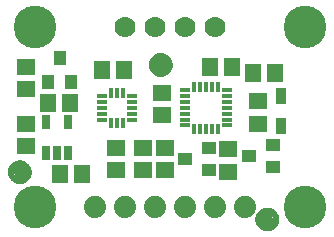
<source format=gbr>
G04 EAGLE Gerber RS-274X export*
G75*
%MOMM*%
%FSLAX34Y34*%
%LPD*%
%INSoldermask Top*%
%IPPOS*%
%AMOC8*
5,1,8,0,0,1.08239X$1,22.5*%
G01*
%ADD10R,1.601600X1.341600*%
%ADD11R,0.901600X0.376600*%
%ADD12R,0.376600X0.901600*%
%ADD13R,1.341600X1.601600*%
%ADD14C,3.617600*%
%ADD15C,1.101600*%
%ADD16C,0.500000*%
%ADD17R,0.651600X1.301600*%
%ADD18R,1.301600X1.101600*%
%ADD19R,0.901600X1.451600*%
%ADD20C,1.879600*%
%ADD21C,1.778000*%
%ADD22R,1.101600X1.301600*%


D10*
X214630Y114910D03*
X214630Y95910D03*
D11*
X82500Y119220D03*
X82500Y114220D03*
X82500Y109220D03*
X82500Y104220D03*
X82500Y99220D03*
D12*
X90250Y96470D03*
X95250Y96470D03*
X100250Y96470D03*
D11*
X108000Y99220D03*
X108000Y104220D03*
X108000Y109220D03*
X108000Y114220D03*
X108000Y119220D03*
D12*
X100250Y121970D03*
X95250Y121970D03*
X90250Y121970D03*
D11*
X187930Y94220D03*
X187930Y99220D03*
X187930Y104220D03*
X187930Y109220D03*
X187930Y114220D03*
X187930Y119220D03*
X187930Y124220D03*
D12*
X180180Y126970D03*
X175180Y126970D03*
X170180Y126970D03*
X165180Y126970D03*
X160180Y126970D03*
D11*
X152430Y124220D03*
X152430Y119220D03*
X152430Y114220D03*
X152430Y109220D03*
X152430Y104220D03*
X152430Y99220D03*
X152430Y94220D03*
D12*
X160180Y91470D03*
X165180Y91470D03*
X170180Y91470D03*
X175180Y91470D03*
X180180Y91470D03*
D10*
X132715Y102895D03*
X132715Y121895D03*
D13*
X100940Y140970D03*
X81940Y140970D03*
D10*
X93980Y75540D03*
X93980Y56540D03*
D13*
X55220Y113030D03*
X36220Y113030D03*
D10*
X116840Y75540D03*
X116840Y56540D03*
D14*
X254000Y25400D03*
X25400Y177800D03*
X254000Y177800D03*
X25400Y25400D03*
D15*
X12700Y54610D03*
D16*
X12700Y62110D02*
X12519Y62108D01*
X12338Y62101D01*
X12157Y62090D01*
X11976Y62075D01*
X11796Y62055D01*
X11616Y62031D01*
X11437Y62003D01*
X11259Y61970D01*
X11082Y61933D01*
X10905Y61892D01*
X10730Y61847D01*
X10555Y61797D01*
X10382Y61743D01*
X10211Y61685D01*
X10040Y61623D01*
X9872Y61556D01*
X9705Y61486D01*
X9539Y61412D01*
X9376Y61333D01*
X9215Y61251D01*
X9055Y61165D01*
X8898Y61075D01*
X8743Y60981D01*
X8590Y60884D01*
X8440Y60782D01*
X8292Y60678D01*
X8146Y60569D01*
X8004Y60458D01*
X7864Y60342D01*
X7727Y60224D01*
X7592Y60102D01*
X7461Y59977D01*
X7333Y59849D01*
X7208Y59718D01*
X7086Y59583D01*
X6968Y59446D01*
X6852Y59306D01*
X6741Y59164D01*
X6632Y59018D01*
X6528Y58870D01*
X6426Y58720D01*
X6329Y58567D01*
X6235Y58412D01*
X6145Y58255D01*
X6059Y58095D01*
X5977Y57934D01*
X5898Y57771D01*
X5824Y57605D01*
X5754Y57438D01*
X5687Y57270D01*
X5625Y57099D01*
X5567Y56928D01*
X5513Y56755D01*
X5463Y56580D01*
X5418Y56405D01*
X5377Y56228D01*
X5340Y56051D01*
X5307Y55873D01*
X5279Y55694D01*
X5255Y55514D01*
X5235Y55334D01*
X5220Y55153D01*
X5209Y54972D01*
X5202Y54791D01*
X5200Y54610D01*
X12700Y62110D02*
X12881Y62108D01*
X13062Y62101D01*
X13243Y62090D01*
X13424Y62075D01*
X13604Y62055D01*
X13784Y62031D01*
X13963Y62003D01*
X14141Y61970D01*
X14318Y61933D01*
X14495Y61892D01*
X14670Y61847D01*
X14845Y61797D01*
X15018Y61743D01*
X15189Y61685D01*
X15360Y61623D01*
X15528Y61556D01*
X15695Y61486D01*
X15861Y61412D01*
X16024Y61333D01*
X16185Y61251D01*
X16345Y61165D01*
X16502Y61075D01*
X16657Y60981D01*
X16810Y60884D01*
X16960Y60782D01*
X17108Y60678D01*
X17254Y60569D01*
X17396Y60458D01*
X17536Y60342D01*
X17673Y60224D01*
X17808Y60102D01*
X17939Y59977D01*
X18067Y59849D01*
X18192Y59718D01*
X18314Y59583D01*
X18432Y59446D01*
X18548Y59306D01*
X18659Y59164D01*
X18768Y59018D01*
X18872Y58870D01*
X18974Y58720D01*
X19071Y58567D01*
X19165Y58412D01*
X19255Y58255D01*
X19341Y58095D01*
X19423Y57934D01*
X19502Y57771D01*
X19576Y57605D01*
X19646Y57438D01*
X19713Y57270D01*
X19775Y57099D01*
X19833Y56928D01*
X19887Y56755D01*
X19937Y56580D01*
X19982Y56405D01*
X20023Y56228D01*
X20060Y56051D01*
X20093Y55873D01*
X20121Y55694D01*
X20145Y55514D01*
X20165Y55334D01*
X20180Y55153D01*
X20191Y54972D01*
X20198Y54791D01*
X20200Y54610D01*
X20198Y54429D01*
X20191Y54248D01*
X20180Y54067D01*
X20165Y53886D01*
X20145Y53706D01*
X20121Y53526D01*
X20093Y53347D01*
X20060Y53169D01*
X20023Y52992D01*
X19982Y52815D01*
X19937Y52640D01*
X19887Y52465D01*
X19833Y52292D01*
X19775Y52121D01*
X19713Y51950D01*
X19646Y51782D01*
X19576Y51615D01*
X19502Y51449D01*
X19423Y51286D01*
X19341Y51125D01*
X19255Y50965D01*
X19165Y50808D01*
X19071Y50653D01*
X18974Y50500D01*
X18872Y50350D01*
X18768Y50202D01*
X18659Y50056D01*
X18548Y49914D01*
X18432Y49774D01*
X18314Y49637D01*
X18192Y49502D01*
X18067Y49371D01*
X17939Y49243D01*
X17808Y49118D01*
X17673Y48996D01*
X17536Y48878D01*
X17396Y48762D01*
X17254Y48651D01*
X17108Y48542D01*
X16960Y48438D01*
X16810Y48336D01*
X16657Y48239D01*
X16502Y48145D01*
X16345Y48055D01*
X16185Y47969D01*
X16024Y47887D01*
X15861Y47808D01*
X15695Y47734D01*
X15528Y47664D01*
X15360Y47597D01*
X15189Y47535D01*
X15018Y47477D01*
X14845Y47423D01*
X14670Y47373D01*
X14495Y47328D01*
X14318Y47287D01*
X14141Y47250D01*
X13963Y47217D01*
X13784Y47189D01*
X13604Y47165D01*
X13424Y47145D01*
X13243Y47130D01*
X13062Y47119D01*
X12881Y47112D01*
X12700Y47110D01*
X12519Y47112D01*
X12338Y47119D01*
X12157Y47130D01*
X11976Y47145D01*
X11796Y47165D01*
X11616Y47189D01*
X11437Y47217D01*
X11259Y47250D01*
X11082Y47287D01*
X10905Y47328D01*
X10730Y47373D01*
X10555Y47423D01*
X10382Y47477D01*
X10211Y47535D01*
X10040Y47597D01*
X9872Y47664D01*
X9705Y47734D01*
X9539Y47808D01*
X9376Y47887D01*
X9215Y47969D01*
X9055Y48055D01*
X8898Y48145D01*
X8743Y48239D01*
X8590Y48336D01*
X8440Y48438D01*
X8292Y48542D01*
X8146Y48651D01*
X8004Y48762D01*
X7864Y48878D01*
X7727Y48996D01*
X7592Y49118D01*
X7461Y49243D01*
X7333Y49371D01*
X7208Y49502D01*
X7086Y49637D01*
X6968Y49774D01*
X6852Y49914D01*
X6741Y50056D01*
X6632Y50202D01*
X6528Y50350D01*
X6426Y50500D01*
X6329Y50653D01*
X6235Y50808D01*
X6145Y50965D01*
X6059Y51125D01*
X5977Y51286D01*
X5898Y51449D01*
X5824Y51615D01*
X5754Y51782D01*
X5687Y51950D01*
X5625Y52121D01*
X5567Y52292D01*
X5513Y52465D01*
X5463Y52640D01*
X5418Y52815D01*
X5377Y52992D01*
X5340Y53169D01*
X5307Y53347D01*
X5279Y53526D01*
X5255Y53706D01*
X5235Y53886D01*
X5220Y54067D01*
X5209Y54248D01*
X5202Y54429D01*
X5200Y54610D01*
D15*
X132080Y145415D03*
D16*
X132080Y152915D02*
X131899Y152913D01*
X131718Y152906D01*
X131537Y152895D01*
X131356Y152880D01*
X131176Y152860D01*
X130996Y152836D01*
X130817Y152808D01*
X130639Y152775D01*
X130462Y152738D01*
X130285Y152697D01*
X130110Y152652D01*
X129935Y152602D01*
X129762Y152548D01*
X129591Y152490D01*
X129420Y152428D01*
X129252Y152361D01*
X129085Y152291D01*
X128919Y152217D01*
X128756Y152138D01*
X128595Y152056D01*
X128435Y151970D01*
X128278Y151880D01*
X128123Y151786D01*
X127970Y151689D01*
X127820Y151587D01*
X127672Y151483D01*
X127526Y151374D01*
X127384Y151263D01*
X127244Y151147D01*
X127107Y151029D01*
X126972Y150907D01*
X126841Y150782D01*
X126713Y150654D01*
X126588Y150523D01*
X126466Y150388D01*
X126348Y150251D01*
X126232Y150111D01*
X126121Y149969D01*
X126012Y149823D01*
X125908Y149675D01*
X125806Y149525D01*
X125709Y149372D01*
X125615Y149217D01*
X125525Y149060D01*
X125439Y148900D01*
X125357Y148739D01*
X125278Y148576D01*
X125204Y148410D01*
X125134Y148243D01*
X125067Y148075D01*
X125005Y147904D01*
X124947Y147733D01*
X124893Y147560D01*
X124843Y147385D01*
X124798Y147210D01*
X124757Y147033D01*
X124720Y146856D01*
X124687Y146678D01*
X124659Y146499D01*
X124635Y146319D01*
X124615Y146139D01*
X124600Y145958D01*
X124589Y145777D01*
X124582Y145596D01*
X124580Y145415D01*
X132080Y152915D02*
X132261Y152913D01*
X132442Y152906D01*
X132623Y152895D01*
X132804Y152880D01*
X132984Y152860D01*
X133164Y152836D01*
X133343Y152808D01*
X133521Y152775D01*
X133698Y152738D01*
X133875Y152697D01*
X134050Y152652D01*
X134225Y152602D01*
X134398Y152548D01*
X134569Y152490D01*
X134740Y152428D01*
X134908Y152361D01*
X135075Y152291D01*
X135241Y152217D01*
X135404Y152138D01*
X135565Y152056D01*
X135725Y151970D01*
X135882Y151880D01*
X136037Y151786D01*
X136190Y151689D01*
X136340Y151587D01*
X136488Y151483D01*
X136634Y151374D01*
X136776Y151263D01*
X136916Y151147D01*
X137053Y151029D01*
X137188Y150907D01*
X137319Y150782D01*
X137447Y150654D01*
X137572Y150523D01*
X137694Y150388D01*
X137812Y150251D01*
X137928Y150111D01*
X138039Y149969D01*
X138148Y149823D01*
X138252Y149675D01*
X138354Y149525D01*
X138451Y149372D01*
X138545Y149217D01*
X138635Y149060D01*
X138721Y148900D01*
X138803Y148739D01*
X138882Y148576D01*
X138956Y148410D01*
X139026Y148243D01*
X139093Y148075D01*
X139155Y147904D01*
X139213Y147733D01*
X139267Y147560D01*
X139317Y147385D01*
X139362Y147210D01*
X139403Y147033D01*
X139440Y146856D01*
X139473Y146678D01*
X139501Y146499D01*
X139525Y146319D01*
X139545Y146139D01*
X139560Y145958D01*
X139571Y145777D01*
X139578Y145596D01*
X139580Y145415D01*
X139578Y145234D01*
X139571Y145053D01*
X139560Y144872D01*
X139545Y144691D01*
X139525Y144511D01*
X139501Y144331D01*
X139473Y144152D01*
X139440Y143974D01*
X139403Y143797D01*
X139362Y143620D01*
X139317Y143445D01*
X139267Y143270D01*
X139213Y143097D01*
X139155Y142926D01*
X139093Y142755D01*
X139026Y142587D01*
X138956Y142420D01*
X138882Y142254D01*
X138803Y142091D01*
X138721Y141930D01*
X138635Y141770D01*
X138545Y141613D01*
X138451Y141458D01*
X138354Y141305D01*
X138252Y141155D01*
X138148Y141007D01*
X138039Y140861D01*
X137928Y140719D01*
X137812Y140579D01*
X137694Y140442D01*
X137572Y140307D01*
X137447Y140176D01*
X137319Y140048D01*
X137188Y139923D01*
X137053Y139801D01*
X136916Y139683D01*
X136776Y139567D01*
X136634Y139456D01*
X136488Y139347D01*
X136340Y139243D01*
X136190Y139141D01*
X136037Y139044D01*
X135882Y138950D01*
X135725Y138860D01*
X135565Y138774D01*
X135404Y138692D01*
X135241Y138613D01*
X135075Y138539D01*
X134908Y138469D01*
X134740Y138402D01*
X134569Y138340D01*
X134398Y138282D01*
X134225Y138228D01*
X134050Y138178D01*
X133875Y138133D01*
X133698Y138092D01*
X133521Y138055D01*
X133343Y138022D01*
X133164Y137994D01*
X132984Y137970D01*
X132804Y137950D01*
X132623Y137935D01*
X132442Y137924D01*
X132261Y137917D01*
X132080Y137915D01*
X131899Y137917D01*
X131718Y137924D01*
X131537Y137935D01*
X131356Y137950D01*
X131176Y137970D01*
X130996Y137994D01*
X130817Y138022D01*
X130639Y138055D01*
X130462Y138092D01*
X130285Y138133D01*
X130110Y138178D01*
X129935Y138228D01*
X129762Y138282D01*
X129591Y138340D01*
X129420Y138402D01*
X129252Y138469D01*
X129085Y138539D01*
X128919Y138613D01*
X128756Y138692D01*
X128595Y138774D01*
X128435Y138860D01*
X128278Y138950D01*
X128123Y139044D01*
X127970Y139141D01*
X127820Y139243D01*
X127672Y139347D01*
X127526Y139456D01*
X127384Y139567D01*
X127244Y139683D01*
X127107Y139801D01*
X126972Y139923D01*
X126841Y140048D01*
X126713Y140176D01*
X126588Y140307D01*
X126466Y140442D01*
X126348Y140579D01*
X126232Y140719D01*
X126121Y140861D01*
X126012Y141007D01*
X125908Y141155D01*
X125806Y141305D01*
X125709Y141458D01*
X125615Y141613D01*
X125525Y141770D01*
X125439Y141930D01*
X125357Y142091D01*
X125278Y142254D01*
X125204Y142420D01*
X125134Y142587D01*
X125067Y142755D01*
X125005Y142926D01*
X124947Y143097D01*
X124893Y143270D01*
X124843Y143445D01*
X124798Y143620D01*
X124757Y143797D01*
X124720Y143974D01*
X124687Y144152D01*
X124659Y144331D01*
X124635Y144511D01*
X124615Y144691D01*
X124600Y144872D01*
X124589Y145053D01*
X124582Y145234D01*
X124580Y145415D01*
D17*
X34950Y70819D03*
X44450Y70819D03*
X53950Y70819D03*
X53950Y96821D03*
X34950Y96821D03*
D13*
X229210Y138430D03*
X210210Y138430D03*
X173380Y143510D03*
X192380Y143510D03*
D10*
X189230Y74270D03*
X189230Y55270D03*
X135890Y75540D03*
X135890Y56540D03*
D13*
X65380Y53340D03*
X46380Y53340D03*
D10*
X17780Y95860D03*
X17780Y76860D03*
D18*
X207170Y68580D03*
X227170Y78080D03*
X227170Y59080D03*
X152560Y66040D03*
X172560Y75540D03*
X172560Y56540D03*
D19*
X233680Y93980D03*
X233680Y119380D03*
D20*
X203200Y25400D03*
X177800Y25400D03*
X152400Y25400D03*
X127000Y25400D03*
X101600Y25400D03*
X76200Y25400D03*
D21*
X177800Y177800D03*
X152400Y177800D03*
X127000Y177800D03*
X101600Y177800D03*
D22*
X46355Y150970D03*
X55855Y130970D03*
X36855Y130970D03*
D10*
X17780Y125120D03*
X17780Y144120D03*
D15*
X222250Y14605D03*
D16*
X222250Y22105D02*
X222069Y22103D01*
X221888Y22096D01*
X221707Y22085D01*
X221526Y22070D01*
X221346Y22050D01*
X221166Y22026D01*
X220987Y21998D01*
X220809Y21965D01*
X220632Y21928D01*
X220455Y21887D01*
X220280Y21842D01*
X220105Y21792D01*
X219932Y21738D01*
X219761Y21680D01*
X219590Y21618D01*
X219422Y21551D01*
X219255Y21481D01*
X219089Y21407D01*
X218926Y21328D01*
X218765Y21246D01*
X218605Y21160D01*
X218448Y21070D01*
X218293Y20976D01*
X218140Y20879D01*
X217990Y20777D01*
X217842Y20673D01*
X217696Y20564D01*
X217554Y20453D01*
X217414Y20337D01*
X217277Y20219D01*
X217142Y20097D01*
X217011Y19972D01*
X216883Y19844D01*
X216758Y19713D01*
X216636Y19578D01*
X216518Y19441D01*
X216402Y19301D01*
X216291Y19159D01*
X216182Y19013D01*
X216078Y18865D01*
X215976Y18715D01*
X215879Y18562D01*
X215785Y18407D01*
X215695Y18250D01*
X215609Y18090D01*
X215527Y17929D01*
X215448Y17766D01*
X215374Y17600D01*
X215304Y17433D01*
X215237Y17265D01*
X215175Y17094D01*
X215117Y16923D01*
X215063Y16750D01*
X215013Y16575D01*
X214968Y16400D01*
X214927Y16223D01*
X214890Y16046D01*
X214857Y15868D01*
X214829Y15689D01*
X214805Y15509D01*
X214785Y15329D01*
X214770Y15148D01*
X214759Y14967D01*
X214752Y14786D01*
X214750Y14605D01*
X222250Y22105D02*
X222431Y22103D01*
X222612Y22096D01*
X222793Y22085D01*
X222974Y22070D01*
X223154Y22050D01*
X223334Y22026D01*
X223513Y21998D01*
X223691Y21965D01*
X223868Y21928D01*
X224045Y21887D01*
X224220Y21842D01*
X224395Y21792D01*
X224568Y21738D01*
X224739Y21680D01*
X224910Y21618D01*
X225078Y21551D01*
X225245Y21481D01*
X225411Y21407D01*
X225574Y21328D01*
X225735Y21246D01*
X225895Y21160D01*
X226052Y21070D01*
X226207Y20976D01*
X226360Y20879D01*
X226510Y20777D01*
X226658Y20673D01*
X226804Y20564D01*
X226946Y20453D01*
X227086Y20337D01*
X227223Y20219D01*
X227358Y20097D01*
X227489Y19972D01*
X227617Y19844D01*
X227742Y19713D01*
X227864Y19578D01*
X227982Y19441D01*
X228098Y19301D01*
X228209Y19159D01*
X228318Y19013D01*
X228422Y18865D01*
X228524Y18715D01*
X228621Y18562D01*
X228715Y18407D01*
X228805Y18250D01*
X228891Y18090D01*
X228973Y17929D01*
X229052Y17766D01*
X229126Y17600D01*
X229196Y17433D01*
X229263Y17265D01*
X229325Y17094D01*
X229383Y16923D01*
X229437Y16750D01*
X229487Y16575D01*
X229532Y16400D01*
X229573Y16223D01*
X229610Y16046D01*
X229643Y15868D01*
X229671Y15689D01*
X229695Y15509D01*
X229715Y15329D01*
X229730Y15148D01*
X229741Y14967D01*
X229748Y14786D01*
X229750Y14605D01*
X229748Y14424D01*
X229741Y14243D01*
X229730Y14062D01*
X229715Y13881D01*
X229695Y13701D01*
X229671Y13521D01*
X229643Y13342D01*
X229610Y13164D01*
X229573Y12987D01*
X229532Y12810D01*
X229487Y12635D01*
X229437Y12460D01*
X229383Y12287D01*
X229325Y12116D01*
X229263Y11945D01*
X229196Y11777D01*
X229126Y11610D01*
X229052Y11444D01*
X228973Y11281D01*
X228891Y11120D01*
X228805Y10960D01*
X228715Y10803D01*
X228621Y10648D01*
X228524Y10495D01*
X228422Y10345D01*
X228318Y10197D01*
X228209Y10051D01*
X228098Y9909D01*
X227982Y9769D01*
X227864Y9632D01*
X227742Y9497D01*
X227617Y9366D01*
X227489Y9238D01*
X227358Y9113D01*
X227223Y8991D01*
X227086Y8873D01*
X226946Y8757D01*
X226804Y8646D01*
X226658Y8537D01*
X226510Y8433D01*
X226360Y8331D01*
X226207Y8234D01*
X226052Y8140D01*
X225895Y8050D01*
X225735Y7964D01*
X225574Y7882D01*
X225411Y7803D01*
X225245Y7729D01*
X225078Y7659D01*
X224910Y7592D01*
X224739Y7530D01*
X224568Y7472D01*
X224395Y7418D01*
X224220Y7368D01*
X224045Y7323D01*
X223868Y7282D01*
X223691Y7245D01*
X223513Y7212D01*
X223334Y7184D01*
X223154Y7160D01*
X222974Y7140D01*
X222793Y7125D01*
X222612Y7114D01*
X222431Y7107D01*
X222250Y7105D01*
X222069Y7107D01*
X221888Y7114D01*
X221707Y7125D01*
X221526Y7140D01*
X221346Y7160D01*
X221166Y7184D01*
X220987Y7212D01*
X220809Y7245D01*
X220632Y7282D01*
X220455Y7323D01*
X220280Y7368D01*
X220105Y7418D01*
X219932Y7472D01*
X219761Y7530D01*
X219590Y7592D01*
X219422Y7659D01*
X219255Y7729D01*
X219089Y7803D01*
X218926Y7882D01*
X218765Y7964D01*
X218605Y8050D01*
X218448Y8140D01*
X218293Y8234D01*
X218140Y8331D01*
X217990Y8433D01*
X217842Y8537D01*
X217696Y8646D01*
X217554Y8757D01*
X217414Y8873D01*
X217277Y8991D01*
X217142Y9113D01*
X217011Y9238D01*
X216883Y9366D01*
X216758Y9497D01*
X216636Y9632D01*
X216518Y9769D01*
X216402Y9909D01*
X216291Y10051D01*
X216182Y10197D01*
X216078Y10345D01*
X215976Y10495D01*
X215879Y10648D01*
X215785Y10803D01*
X215695Y10960D01*
X215609Y11120D01*
X215527Y11281D01*
X215448Y11444D01*
X215374Y11610D01*
X215304Y11777D01*
X215237Y11945D01*
X215175Y12116D01*
X215117Y12287D01*
X215063Y12460D01*
X215013Y12635D01*
X214968Y12810D01*
X214927Y12987D01*
X214890Y13164D01*
X214857Y13342D01*
X214829Y13521D01*
X214805Y13701D01*
X214785Y13881D01*
X214770Y14062D01*
X214759Y14243D01*
X214752Y14424D01*
X214750Y14605D01*
M02*

</source>
